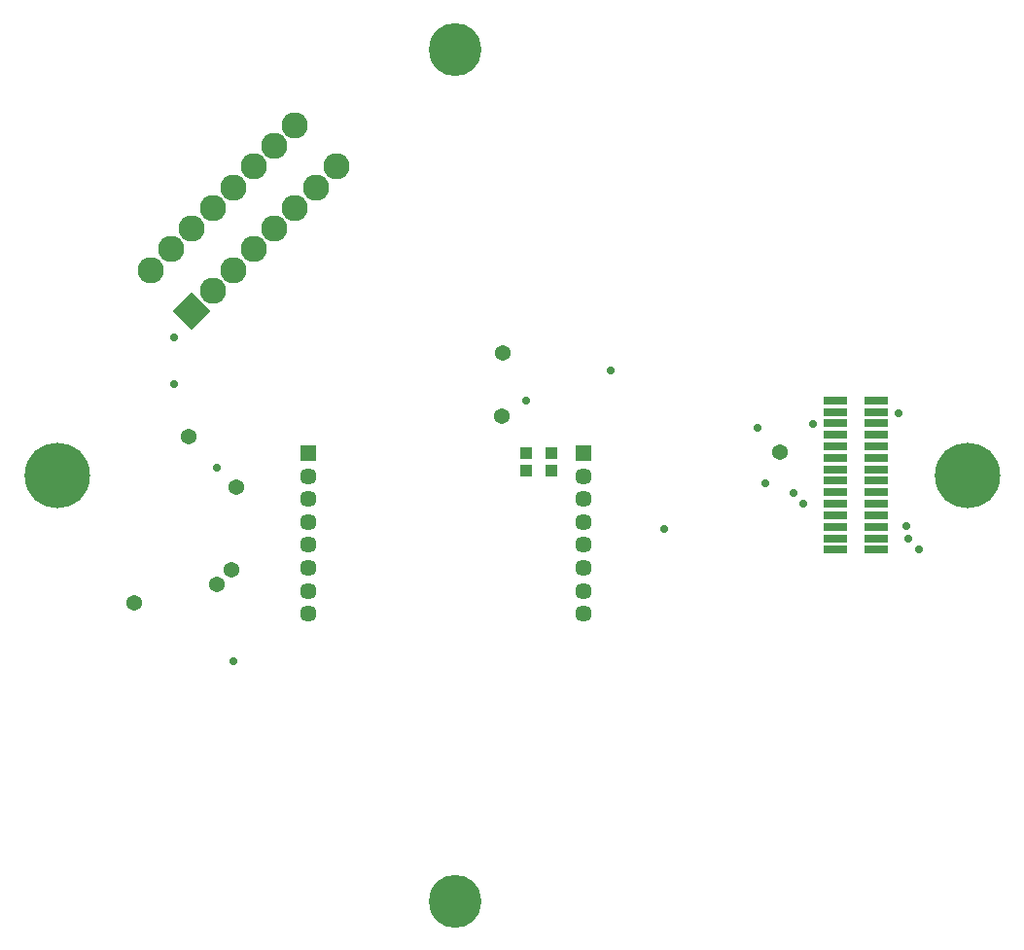
<source format=gts>
G04*
G04 #@! TF.GenerationSoftware,Altium Limited,Altium Designer,21.4.1 (30)*
G04*
G04 Layer_Color=8388736*
%FSLAX25Y25*%
%MOIN*%
G70*
G04*
G04 #@! TF.SameCoordinates,4CBD480F-F67F-4A02-B49F-E89483E6C45F*
G04*
G04*
G04 #@! TF.FilePolarity,Negative*
G04*
G01*
G75*
%ADD16R,0.08274X0.02762*%
%ADD17R,0.04337X0.04337*%
%ADD18C,0.22428*%
%ADD19C,0.08963*%
%ADD20P,0.12676X4X90.0*%
%ADD21C,0.05715*%
%ADD22R,0.05715X0.05715*%
%ADD23C,0.18117*%
%ADD24C,0.02800*%
%ADD25C,0.05400*%
D16*
X110820Y25591D02*
D03*
Y21654D02*
D03*
Y17717D02*
D03*
Y13780D02*
D03*
Y9843D02*
D03*
Y5906D02*
D03*
Y1969D02*
D03*
Y-1969D02*
D03*
Y-5906D02*
D03*
Y-9843D02*
D03*
Y-13780D02*
D03*
Y-17717D02*
D03*
Y-21654D02*
D03*
Y-25591D02*
D03*
X124600Y25591D02*
D03*
Y21654D02*
D03*
Y17717D02*
D03*
Y13780D02*
D03*
Y9843D02*
D03*
Y5906D02*
D03*
Y1969D02*
D03*
Y-1969D02*
D03*
Y-5906D02*
D03*
Y-9843D02*
D03*
Y-13780D02*
D03*
Y-17717D02*
D03*
Y-21654D02*
D03*
Y-25591D02*
D03*
D17*
X13500Y7362D02*
D03*
Y1638D02*
D03*
X4700Y7362D02*
D03*
Y1638D02*
D03*
D18*
X-156000Y0D02*
D03*
X156000D02*
D03*
D19*
X-74458Y119842D02*
D03*
X-60316Y105700D02*
D03*
X-81529Y112771D02*
D03*
X-67387Y98629D02*
D03*
X-88600Y105700D02*
D03*
X-74458Y91558D02*
D03*
X-95671Y98629D02*
D03*
X-81529Y84487D02*
D03*
X-102742Y91558D02*
D03*
X-88600Y77416D02*
D03*
X-109813Y84487D02*
D03*
X-95671Y70345D02*
D03*
X-116884Y77416D02*
D03*
X-102742Y63274D02*
D03*
X-123955Y70345D02*
D03*
D20*
X-109813Y56203D02*
D03*
D21*
X24500Y-315D02*
D03*
Y-47559D02*
D03*
Y-39685D02*
D03*
Y-8189D02*
D03*
Y-16063D02*
D03*
Y-23937D02*
D03*
Y-31811D02*
D03*
X-70000Y-39685D02*
D03*
Y-47559D02*
D03*
Y-31811D02*
D03*
Y-315D02*
D03*
Y-8189D02*
D03*
Y-16063D02*
D03*
Y-23937D02*
D03*
D22*
X24500Y7559D02*
D03*
X-70000D02*
D03*
D23*
X-19700Y-146000D02*
D03*
Y146000D02*
D03*
D24*
X96300Y-6000D02*
D03*
X86900Y-2700D02*
D03*
X99600Y-9700D02*
D03*
X-115900Y47200D02*
D03*
X-116000Y31100D02*
D03*
X-101200Y2400D02*
D03*
X52223Y-18342D02*
D03*
X102946Y17568D02*
D03*
X33700Y35900D02*
D03*
X-95500Y-63900D02*
D03*
X135200Y-17600D02*
D03*
X135900Y-21900D02*
D03*
X139272Y-25591D02*
D03*
X4900Y25500D02*
D03*
X84100Y16300D02*
D03*
X132474Y21325D02*
D03*
D25*
X91700Y7900D02*
D03*
X-101200Y-37400D02*
D03*
X-129700Y-43900D02*
D03*
X-3400Y41900D02*
D03*
X-111000Y13200D02*
D03*
X-3500Y20200D02*
D03*
X-94500Y-4000D02*
D03*
X-96300Y-32500D02*
D03*
M02*

</source>
